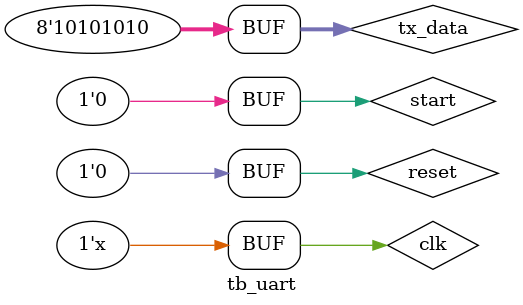
<source format=v>
`timescale 1ns / 1ps

module tb_uart();
    reg clk;
    reg reset;
    reg start;
    reg [7:0] tx_data;
    wire txd;
    wire tx_done;       
   
    uart dut(
        .clk(clk),
        .reset(reset),
        .start(start),
        .tx_data(tx_data),
        .tx_done(tx_done),
        .txd(txd)
    );
    always #5 clk = ~clk;
    initial begin
        clk = 1'b0;
        reset = 1'b1;
        start = 1'b0;
        tx_data = 0;
    end
    initial begin
        #20 reset = 1'b0;
        #20 tx_data = 8'haa; start = 1'b1;
        #10 start = 1'b0;
    end
endmodule

</source>
